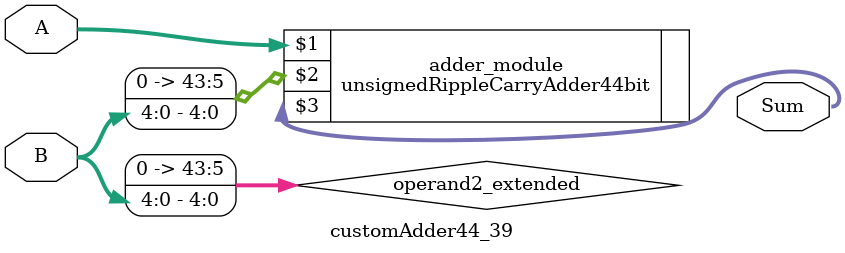
<source format=v>
module customAdder44_39(
                        input [43 : 0] A,
                        input [4 : 0] B,
                        
                        output [44 : 0] Sum
                );

        wire [43 : 0] operand2_extended;
        
        assign operand2_extended =  {39'b0, B};
        
        unsignedRippleCarryAdder44bit adder_module(
            A,
            operand2_extended,
            Sum
        );
        
        endmodule
        
</source>
